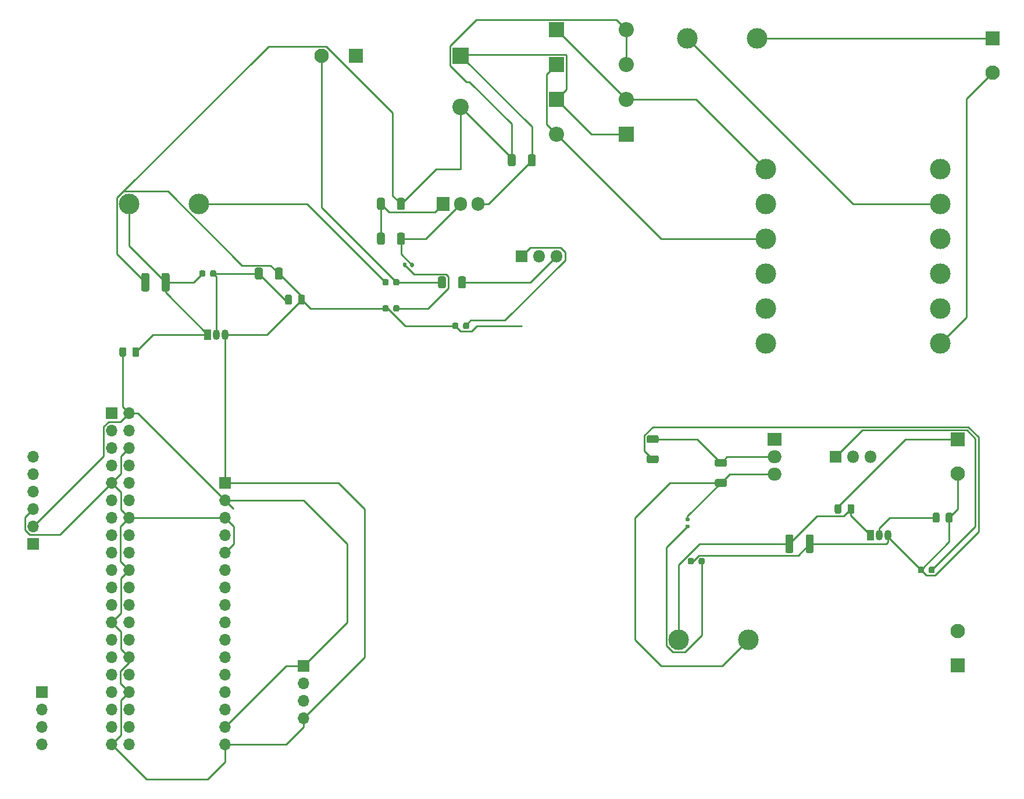
<source format=gbr>
%TF.GenerationSoftware,KiCad,Pcbnew,5.1.9*%
%TF.CreationDate,2021-04-08T17:50:56+05:30*%
%TF.ProjectId,protection,70726f74-6563-4746-996f-6e2e6b696361,rev?*%
%TF.SameCoordinates,Original*%
%TF.FileFunction,Copper,L1,Top*%
%TF.FilePolarity,Positive*%
%FSLAX46Y46*%
G04 Gerber Fmt 4.6, Leading zero omitted, Abs format (unit mm)*
G04 Created by KiCad (PCBNEW 5.1.9) date 2021-04-08 17:50:56*
%MOMM*%
%LPD*%
G01*
G04 APERTURE LIST*
%TA.AperFunction,ComponentPad*%
%ADD10C,2.100000*%
%TD*%
%TA.AperFunction,ComponentPad*%
%ADD11R,2.100000X2.100000*%
%TD*%
%TA.AperFunction,ComponentPad*%
%ADD12O,1.700000X1.700000*%
%TD*%
%TA.AperFunction,ComponentPad*%
%ADD13R,1.700000X1.700000*%
%TD*%
%TA.AperFunction,ComponentPad*%
%ADD14O,1.905000X2.000000*%
%TD*%
%TA.AperFunction,ComponentPad*%
%ADD15R,1.905000X2.000000*%
%TD*%
%TA.AperFunction,ComponentPad*%
%ADD16O,2.000000X1.905000*%
%TD*%
%TA.AperFunction,ComponentPad*%
%ADD17R,2.000000X1.905000*%
%TD*%
%TA.AperFunction,ComponentPad*%
%ADD18C,3.000000*%
%TD*%
%TA.AperFunction,ComponentPad*%
%ADD19R,1.050000X1.500000*%
%TD*%
%TA.AperFunction,ComponentPad*%
%ADD20O,1.050000X1.500000*%
%TD*%
%TA.AperFunction,ComponentPad*%
%ADD21R,1.800000X1.800000*%
%TD*%
%TA.AperFunction,ComponentPad*%
%ADD22O,1.800000X1.800000*%
%TD*%
%TA.AperFunction,ComponentPad*%
%ADD23O,2.200000X2.200000*%
%TD*%
%TA.AperFunction,ComponentPad*%
%ADD24R,2.200000X2.200000*%
%TD*%
%TA.AperFunction,ComponentPad*%
%ADD25R,2.400000X2.400000*%
%TD*%
%TA.AperFunction,ComponentPad*%
%ADD26C,2.400000*%
%TD*%
%TA.AperFunction,Conductor*%
%ADD27C,0.250000*%
%TD*%
G04 APERTURE END LIST*
D10*
%TO.P,P1,2*%
%TO.N,Net-(P1-Pad2)*%
X256540000Y-53300000D03*
D11*
%TO.P,P1,1*%
%TO.N,Net-(F1-Pad2)*%
X256540000Y-48300000D03*
%TD*%
D10*
%TO.P,J8,2*%
%TO.N,Net-(D9-Pad2)*%
X251460000Y-134660000D03*
D11*
%TO.P,J8,1*%
%TO.N,/12V*%
X251460000Y-139660000D03*
%TD*%
D10*
%TO.P,J2,2*%
%TO.N,Net-(D10-Pad2)*%
X158790000Y-50800000D03*
D11*
%TO.P,J2,1*%
%TO.N,/7_2V*%
X163790000Y-50800000D03*
%TD*%
D12*
%TO.P,J1,40*%
%TO.N,Net-(J1-Pad40)*%
X130810000Y-151130000D03*
%TO.P,J1,39*%
%TO.N,/G*%
X128270000Y-151130000D03*
%TO.P,J1,38*%
%TO.N,Net-(J1-Pad38)*%
X130810000Y-148590000D03*
%TO.P,J1,37*%
%TO.N,Net-(J1-Pad37)*%
X128270000Y-148590000D03*
%TO.P,J1,36*%
%TO.N,Net-(J1-Pad36)*%
X130810000Y-146050000D03*
%TO.P,J1,35*%
%TO.N,Net-(J1-Pad35)*%
X128270000Y-146050000D03*
%TO.P,J1,34*%
%TO.N,/G*%
X130810000Y-143510000D03*
%TO.P,J1,33*%
%TO.N,Net-(J1-Pad33)*%
X128270000Y-143510000D03*
%TO.P,J1,32*%
%TO.N,Net-(J1-Pad32)*%
X130810000Y-140970000D03*
%TO.P,J1,31*%
%TO.N,Net-(J1-Pad31)*%
X128270000Y-140970000D03*
%TO.P,J1,30*%
%TO.N,/G*%
X130810000Y-138430000D03*
%TO.P,J1,29*%
%TO.N,Net-(J1-Pad29)*%
X128270000Y-138430000D03*
%TO.P,J1,28*%
%TO.N,Net-(J1-Pad28)*%
X130810000Y-135890000D03*
%TO.P,J1,27*%
%TO.N,Net-(J1-Pad27)*%
X128270000Y-135890000D03*
%TO.P,J1,26*%
%TO.N,Net-(J1-Pad26)*%
X130810000Y-133350000D03*
%TO.P,J1,25*%
%TO.N,/G*%
X128270000Y-133350000D03*
%TO.P,J1,24*%
%TO.N,Net-(J1-Pad24)*%
X130810000Y-130810000D03*
%TO.P,J1,23*%
%TO.N,Net-(J1-Pad23)*%
X128270000Y-130810000D03*
%TO.P,J1,22*%
%TO.N,Net-(J1-Pad22)*%
X130810000Y-128270000D03*
%TO.P,J1,21*%
%TO.N,Net-(J1-Pad21)*%
X128270000Y-128270000D03*
%TO.P,J1,20*%
%TO.N,/G*%
X130810000Y-125730000D03*
%TO.P,J1,19*%
%TO.N,Net-(J1-Pad19)*%
X128270000Y-125730000D03*
%TO.P,J1,18*%
%TO.N,Net-(J1-Pad18)*%
X130810000Y-123190000D03*
%TO.P,J1,17*%
%TO.N,Net-(J1-Pad17)*%
X128270000Y-123190000D03*
%TO.P,J1,16*%
%TO.N,Net-(J1-Pad16)*%
X130810000Y-120650000D03*
%TO.P,J1,15*%
%TO.N,Net-(J1-Pad15)*%
X128270000Y-120650000D03*
%TO.P,J1,14*%
%TO.N,/G*%
X130810000Y-118110000D03*
%TO.P,J1,13*%
%TO.N,Net-(J1-Pad13)*%
X128270000Y-118110000D03*
%TO.P,J1,12*%
%TO.N,Net-(J1-Pad12)*%
X130810000Y-115570000D03*
%TO.P,J1,11*%
%TO.N,Net-(J1-Pad11)*%
X128270000Y-115570000D03*
%TO.P,J1,10*%
%TO.N,Net-(J1-Pad10)*%
X130810000Y-113030000D03*
%TO.P,J1,9*%
%TO.N,/G*%
X128270000Y-113030000D03*
%TO.P,J1,8*%
%TO.N,Net-(J1-Pad8)*%
X130810000Y-110490000D03*
%TO.P,J1,7*%
%TO.N,Net-(J1-Pad7)*%
X128270000Y-110490000D03*
%TO.P,J1,6*%
%TO.N,/G*%
X130810000Y-107950000D03*
%TO.P,J1,5*%
%TO.N,Net-(J1-Pad5)*%
X128270000Y-107950000D03*
%TO.P,J1,4*%
%TO.N,Net-(J1-Pad4)*%
X130810000Y-105410000D03*
%TO.P,J1,3*%
%TO.N,Net-(J1-Pad3)*%
X128270000Y-105410000D03*
%TO.P,J1,2*%
%TO.N,Net-(D14-Pad1)*%
X130810000Y-102870000D03*
D13*
%TO.P,J1,1*%
%TO.N,Net-(J1-Pad1)*%
X128270000Y-102870000D03*
%TD*%
%TO.P,R1,2*%
%TO.N,/G*%
%TA.AperFunction,SMDPad,CuDef*%
G36*
G01*
X206384998Y-109042500D02*
X207635002Y-109042500D01*
G75*
G02*
X207885000Y-109292498I0J-249998D01*
G01*
X207885000Y-109917502D01*
G75*
G02*
X207635002Y-110167500I-249998J0D01*
G01*
X206384998Y-110167500D01*
G75*
G02*
X206135000Y-109917502I0J249998D01*
G01*
X206135000Y-109292498D01*
G75*
G02*
X206384998Y-109042500I249998J0D01*
G01*
G37*
%TD.AperFunction*%
%TO.P,R1,1*%
%TO.N,Net-(Q1-Pad2)*%
%TA.AperFunction,SMDPad,CuDef*%
G36*
G01*
X206384998Y-106117500D02*
X207635002Y-106117500D01*
G75*
G02*
X207885000Y-106367498I0J-249998D01*
G01*
X207885000Y-106992502D01*
G75*
G02*
X207635002Y-107242500I-249998J0D01*
G01*
X206384998Y-107242500D01*
G75*
G02*
X206135000Y-106992502I0J249998D01*
G01*
X206135000Y-106367498D01*
G75*
G02*
X206384998Y-106117500I249998J0D01*
G01*
G37*
%TD.AperFunction*%
%TD*%
D14*
%TO.P,U2,3*%
%TO.N,Net-(C1-Pad1)*%
X181610000Y-72390000D03*
%TO.P,U2,2*%
%TO.N,/7_2V*%
X179070000Y-72390000D03*
D15*
%TO.P,U2,1*%
%TO.N,Net-(Q2-Pad2)*%
X176530000Y-72390000D03*
%TD*%
D16*
%TO.P,U1,3*%
%TO.N,/12V*%
X224790000Y-111760000D03*
%TO.P,U1,2*%
%TO.N,Net-(Q1-Pad2)*%
X224790000Y-109220000D03*
D17*
%TO.P,U1,1*%
%TO.N,Net-(C1-Pad1)*%
X224790000Y-106680000D03*
%TD*%
D18*
%TO.P,T1,*%
%TO.N,*%
X223520000Y-92710000D03*
X223520000Y-87630000D03*
X223520000Y-82550000D03*
X223520000Y-72390000D03*
X248920000Y-87630000D03*
X248920000Y-82550000D03*
X248920000Y-77470000D03*
X248920000Y-67310000D03*
%TO.P,T1,1*%
%TO.N,Net-(F1-Pad1)*%
X248920000Y-72390000D03*
%TO.P,T1,3*%
%TO.N,Net-(D2-Pad1)*%
X223520000Y-77470000D03*
%TO.P,T1,4*%
%TO.N,Net-(D1-Pad1)*%
X223520000Y-67310000D03*
%TO.P,T1,2*%
%TO.N,Net-(P1-Pad2)*%
X248920000Y-92710000D03*
%TD*%
%TO.P,R11,2*%
%TO.N,/G*%
%TA.AperFunction,SMDPad,CuDef*%
G36*
G01*
X152030000Y-83175002D02*
X152030000Y-81924998D01*
G75*
G02*
X152279998Y-81675000I249998J0D01*
G01*
X152905002Y-81675000D01*
G75*
G02*
X153155000Y-81924998I0J-249998D01*
G01*
X153155000Y-83175002D01*
G75*
G02*
X152905002Y-83425000I-249998J0D01*
G01*
X152279998Y-83425000D01*
G75*
G02*
X152030000Y-83175002I0J249998D01*
G01*
G37*
%TD.AperFunction*%
%TO.P,R11,1*%
%TO.N,Net-(C5-Pad1)*%
%TA.AperFunction,SMDPad,CuDef*%
G36*
G01*
X149105000Y-83175002D02*
X149105000Y-81924998D01*
G75*
G02*
X149354998Y-81675000I249998J0D01*
G01*
X149980002Y-81675000D01*
G75*
G02*
X150230000Y-81924998I0J-249998D01*
G01*
X150230000Y-83175002D01*
G75*
G02*
X149980002Y-83425000I-249998J0D01*
G01*
X149354998Y-83425000D01*
G75*
G02*
X149105000Y-83175002I0J249998D01*
G01*
G37*
%TD.AperFunction*%
%TD*%
%TO.P,R9,2*%
%TO.N,/G*%
%TA.AperFunction,SMDPad,CuDef*%
G36*
G01*
X187060000Y-65414998D02*
X187060000Y-66665002D01*
G75*
G02*
X186810002Y-66915000I-249998J0D01*
G01*
X186184998Y-66915000D01*
G75*
G02*
X185935000Y-66665002I0J249998D01*
G01*
X185935000Y-65414998D01*
G75*
G02*
X186184998Y-65165000I249998J0D01*
G01*
X186810002Y-65165000D01*
G75*
G02*
X187060000Y-65414998I0J-249998D01*
G01*
G37*
%TD.AperFunction*%
%TO.P,R9,1*%
%TO.N,Net-(C1-Pad1)*%
%TA.AperFunction,SMDPad,CuDef*%
G36*
G01*
X189985000Y-65414998D02*
X189985000Y-66665002D01*
G75*
G02*
X189735002Y-66915000I-249998J0D01*
G01*
X189109998Y-66915000D01*
G75*
G02*
X188860000Y-66665002I0J249998D01*
G01*
X188860000Y-65414998D01*
G75*
G02*
X189109998Y-65165000I249998J0D01*
G01*
X189735002Y-65165000D01*
G75*
G02*
X189985000Y-65414998I0J-249998D01*
G01*
G37*
%TD.AperFunction*%
%TD*%
%TO.P,R8,1*%
%TO.N,Net-(D10-Pad2)*%
%TA.AperFunction,SMDPad,CuDef*%
G36*
G01*
X175775000Y-84445002D02*
X175775000Y-83194998D01*
G75*
G02*
X176024998Y-82945000I249998J0D01*
G01*
X176650002Y-82945000D01*
G75*
G02*
X176900000Y-83194998I0J-249998D01*
G01*
X176900000Y-84445002D01*
G75*
G02*
X176650002Y-84695000I-249998J0D01*
G01*
X176024998Y-84695000D01*
G75*
G02*
X175775000Y-84445002I0J249998D01*
G01*
G37*
%TD.AperFunction*%
%TO.P,R8,2*%
%TO.N,Net-(Q2-Pad3)*%
%TA.AperFunction,SMDPad,CuDef*%
G36*
G01*
X178700000Y-84445002D02*
X178700000Y-83194998D01*
G75*
G02*
X178949998Y-82945000I249998J0D01*
G01*
X179575002Y-82945000D01*
G75*
G02*
X179825000Y-83194998I0J-249998D01*
G01*
X179825000Y-84445002D01*
G75*
G02*
X179575002Y-84695000I-249998J0D01*
G01*
X178949998Y-84695000D01*
G75*
G02*
X178700000Y-84445002I0J249998D01*
G01*
G37*
%TD.AperFunction*%
%TD*%
%TO.P,R6,1*%
%TO.N,/7_2V*%
%TA.AperFunction,SMDPad,CuDef*%
G36*
G01*
X172230000Y-81095000D02*
X172230000Y-81465000D01*
G75*
G02*
X172095000Y-81600000I-135000J0D01*
G01*
X171825000Y-81600000D01*
G75*
G02*
X171690000Y-81465000I0J135000D01*
G01*
X171690000Y-81095000D01*
G75*
G02*
X171825000Y-80960000I135000J0D01*
G01*
X172095000Y-80960000D01*
G75*
G02*
X172230000Y-81095000I0J-135000D01*
G01*
G37*
%TD.AperFunction*%
%TO.P,R6,2*%
%TO.N,Net-(D8-Pad2)*%
%TA.AperFunction,SMDPad,CuDef*%
G36*
G01*
X171210000Y-81095000D02*
X171210000Y-81465000D01*
G75*
G02*
X171075000Y-81600000I-135000J0D01*
G01*
X170805000Y-81600000D01*
G75*
G02*
X170670000Y-81465000I0J135000D01*
G01*
X170670000Y-81095000D01*
G75*
G02*
X170805000Y-80960000I135000J0D01*
G01*
X171075000Y-80960000D01*
G75*
G02*
X171210000Y-81095000I0J-135000D01*
G01*
G37*
%TD.AperFunction*%
%TD*%
%TO.P,R5,2*%
%TO.N,Net-(D7-Pad2)*%
%TA.AperFunction,SMDPad,CuDef*%
G36*
G01*
X211905000Y-119110000D02*
X212275000Y-119110000D01*
G75*
G02*
X212410000Y-119245000I0J-135000D01*
G01*
X212410000Y-119515000D01*
G75*
G02*
X212275000Y-119650000I-135000J0D01*
G01*
X211905000Y-119650000D01*
G75*
G02*
X211770000Y-119515000I0J135000D01*
G01*
X211770000Y-119245000D01*
G75*
G02*
X211905000Y-119110000I135000J0D01*
G01*
G37*
%TD.AperFunction*%
%TO.P,R5,1*%
%TO.N,/12V*%
%TA.AperFunction,SMDPad,CuDef*%
G36*
G01*
X211905000Y-118090000D02*
X212275000Y-118090000D01*
G75*
G02*
X212410000Y-118225000I0J-135000D01*
G01*
X212410000Y-118495000D01*
G75*
G02*
X212275000Y-118630000I-135000J0D01*
G01*
X211905000Y-118630000D01*
G75*
G02*
X211770000Y-118495000I0J135000D01*
G01*
X211770000Y-118225000D01*
G75*
G02*
X211905000Y-118090000I135000J0D01*
G01*
G37*
%TD.AperFunction*%
%TD*%
%TO.P,R4,1*%
%TO.N,/7_2V*%
%TA.AperFunction,SMDPad,CuDef*%
G36*
G01*
X170935000Y-76844998D02*
X170935000Y-78095002D01*
G75*
G02*
X170685002Y-78345000I-249998J0D01*
G01*
X170059998Y-78345000D01*
G75*
G02*
X169810000Y-78095002I0J249998D01*
G01*
X169810000Y-76844998D01*
G75*
G02*
X170059998Y-76595000I249998J0D01*
G01*
X170685002Y-76595000D01*
G75*
G02*
X170935000Y-76844998I0J-249998D01*
G01*
G37*
%TD.AperFunction*%
%TO.P,R4,2*%
%TO.N,Net-(Q2-Pad2)*%
%TA.AperFunction,SMDPad,CuDef*%
G36*
G01*
X168010000Y-76844998D02*
X168010000Y-78095002D01*
G75*
G02*
X167760002Y-78345000I-249998J0D01*
G01*
X167134998Y-78345000D01*
G75*
G02*
X166885000Y-78095002I0J249998D01*
G01*
X166885000Y-76844998D01*
G75*
G02*
X167134998Y-76595000I249998J0D01*
G01*
X167760002Y-76595000D01*
G75*
G02*
X168010000Y-76844998I0J-249998D01*
G01*
G37*
%TD.AperFunction*%
%TD*%
%TO.P,R3,2*%
%TO.N,Net-(Q1-Pad2)*%
%TA.AperFunction,SMDPad,CuDef*%
G36*
G01*
X217565002Y-110694440D02*
X216314998Y-110694440D01*
G75*
G02*
X216065000Y-110444442I0J249998D01*
G01*
X216065000Y-109819438D01*
G75*
G02*
X216314998Y-109569440I249998J0D01*
G01*
X217565002Y-109569440D01*
G75*
G02*
X217815000Y-109819438I0J-249998D01*
G01*
X217815000Y-110444442D01*
G75*
G02*
X217565002Y-110694440I-249998J0D01*
G01*
G37*
%TD.AperFunction*%
%TO.P,R3,1*%
%TO.N,/12V*%
%TA.AperFunction,SMDPad,CuDef*%
G36*
G01*
X217565002Y-113619440D02*
X216314998Y-113619440D01*
G75*
G02*
X216065000Y-113369442I0J249998D01*
G01*
X216065000Y-112744438D01*
G75*
G02*
X216314998Y-112494440I249998J0D01*
G01*
X217565002Y-112494440D01*
G75*
G02*
X217815000Y-112744438I0J-249998D01*
G01*
X217815000Y-113369442D01*
G75*
G02*
X217565002Y-113619440I-249998J0D01*
G01*
G37*
%TD.AperFunction*%
%TD*%
%TO.P,R2,1*%
%TO.N,Net-(Q2-Pad2)*%
%TA.AperFunction,SMDPad,CuDef*%
G36*
G01*
X166885000Y-73015002D02*
X166885000Y-71764998D01*
G75*
G02*
X167134998Y-71515000I249998J0D01*
G01*
X167760002Y-71515000D01*
G75*
G02*
X168010000Y-71764998I0J-249998D01*
G01*
X168010000Y-73015002D01*
G75*
G02*
X167760002Y-73265000I-249998J0D01*
G01*
X167134998Y-73265000D01*
G75*
G02*
X166885000Y-73015002I0J249998D01*
G01*
G37*
%TD.AperFunction*%
%TO.P,R2,2*%
%TO.N,/G*%
%TA.AperFunction,SMDPad,CuDef*%
G36*
G01*
X169810000Y-73015002D02*
X169810000Y-71764998D01*
G75*
G02*
X170059998Y-71515000I249998J0D01*
G01*
X170685002Y-71515000D01*
G75*
G02*
X170935000Y-71764998I0J-249998D01*
G01*
X170935000Y-73015002D01*
G75*
G02*
X170685002Y-73265000I-249998J0D01*
G01*
X170059998Y-73265000D01*
G75*
G02*
X169810000Y-73015002I0J249998D01*
G01*
G37*
%TD.AperFunction*%
%TD*%
D19*
%TO.P,Q4,1*%
%TO.N,Net-(C4-Pad1)*%
X142240000Y-91440000D03*
D20*
%TO.P,Q4,3*%
%TO.N,/G*%
X144780000Y-91440000D03*
%TO.P,Q4,2*%
%TO.N,Net-(C5-Pad1)*%
X143510000Y-91440000D03*
%TD*%
D19*
%TO.P,Q3,1*%
%TO.N,Net-(C2-Pad1)*%
X238760000Y-120650000D03*
D20*
%TO.P,Q3,3*%
%TO.N,/G*%
X241300000Y-120650000D03*
%TO.P,Q3,2*%
%TO.N,Net-(C3-Pad1)*%
X240030000Y-120650000D03*
%TD*%
D21*
%TO.P,Q2,1*%
%TO.N,Net-(D4-Pad2)*%
X187960000Y-80010000D03*
D22*
%TO.P,Q2,2*%
%TO.N,Net-(Q2-Pad2)*%
X190500000Y-80010000D03*
%TO.P,Q2,3*%
%TO.N,Net-(Q2-Pad3)*%
X193040000Y-80010000D03*
%TD*%
%TO.P,Q1,3*%
%TO.N,Net-(Q1-Pad3)*%
X238760000Y-109220000D03*
%TO.P,Q1,2*%
%TO.N,Net-(Q1-Pad2)*%
X236220000Y-109220000D03*
D21*
%TO.P,Q1,1*%
%TO.N,Net-(D3-Pad2)*%
X233680000Y-109220000D03*
%TD*%
D12*
%TO.P,J7,4*%
%TO.N,Net-(J1-Pad40)*%
X118110000Y-151130000D03*
%TO.P,J7,3*%
%TO.N,Net-(J1-Pad38)*%
X118110000Y-148590000D03*
%TO.P,J7,2*%
%TO.N,Net-(J1-Pad35)*%
X118110000Y-146050000D03*
D13*
%TO.P,J7,1*%
%TO.N,Net-(J1-Pad33)*%
X118110000Y-143510000D03*
%TD*%
D10*
%TO.P,J4,2*%
%TO.N,/G*%
X251460000Y-111720000D03*
D11*
%TO.P,J4,1*%
%TO.N,Net-(D12-Pad1)*%
X251460000Y-106720000D03*
%TD*%
D18*
%TO.P,F3,1*%
%TO.N,Net-(C4-Pad1)*%
X130810000Y-72390000D03*
%TO.P,F3,2*%
%TO.N,/7_2V*%
X140970000Y-72390000D03*
%TD*%
%TO.P,F2,2*%
%TO.N,/12V*%
X220980000Y-135890000D03*
%TO.P,F2,1*%
%TO.N,Net-(C2-Pad1)*%
X210820000Y-135890000D03*
%TD*%
%TO.P,F1,1*%
%TO.N,Net-(F1-Pad1)*%
X212090000Y-48260000D03*
%TO.P,F1,2*%
%TO.N,Net-(F1-Pad2)*%
X222250000Y-48260000D03*
%TD*%
%TO.P,D14,2*%
%TO.N,Net-(C4-Pad1)*%
%TA.AperFunction,SMDPad,CuDef*%
G36*
G01*
X131260000Y-94436250D02*
X131260000Y-93523750D01*
G75*
G02*
X131503750Y-93280000I243750J0D01*
G01*
X131991250Y-93280000D01*
G75*
G02*
X132235000Y-93523750I0J-243750D01*
G01*
X132235000Y-94436250D01*
G75*
G02*
X131991250Y-94680000I-243750J0D01*
G01*
X131503750Y-94680000D01*
G75*
G02*
X131260000Y-94436250I0J243750D01*
G01*
G37*
%TD.AperFunction*%
%TO.P,D14,1*%
%TO.N,Net-(D14-Pad1)*%
%TA.AperFunction,SMDPad,CuDef*%
G36*
G01*
X129385000Y-94436250D02*
X129385000Y-93523750D01*
G75*
G02*
X129628750Y-93280000I243750J0D01*
G01*
X130116250Y-93280000D01*
G75*
G02*
X130360000Y-93523750I0J-243750D01*
G01*
X130360000Y-94436250D01*
G75*
G02*
X130116250Y-94680000I-243750J0D01*
G01*
X129628750Y-94680000D01*
G75*
G02*
X129385000Y-94436250I0J243750D01*
G01*
G37*
%TD.AperFunction*%
%TD*%
%TO.P,D13,2*%
%TO.N,Net-(C5-Pad1)*%
%TA.AperFunction,SMDPad,CuDef*%
G36*
G01*
X142590000Y-82806250D02*
X142590000Y-82293750D01*
G75*
G02*
X142808750Y-82075000I218750J0D01*
G01*
X143246250Y-82075000D01*
G75*
G02*
X143465000Y-82293750I0J-218750D01*
G01*
X143465000Y-82806250D01*
G75*
G02*
X143246250Y-83025000I-218750J0D01*
G01*
X142808750Y-83025000D01*
G75*
G02*
X142590000Y-82806250I0J218750D01*
G01*
G37*
%TD.AperFunction*%
%TO.P,D13,1*%
%TO.N,Net-(C4-Pad1)*%
%TA.AperFunction,SMDPad,CuDef*%
G36*
G01*
X141015000Y-82806250D02*
X141015000Y-82293750D01*
G75*
G02*
X141233750Y-82075000I218750J0D01*
G01*
X141671250Y-82075000D01*
G75*
G02*
X141890000Y-82293750I0J-218750D01*
G01*
X141890000Y-82806250D01*
G75*
G02*
X141671250Y-83025000I-218750J0D01*
G01*
X141233750Y-83025000D01*
G75*
G02*
X141015000Y-82806250I0J218750D01*
G01*
G37*
%TD.AperFunction*%
%TD*%
%TO.P,D12,2*%
%TO.N,Net-(C2-Pad1)*%
%TA.AperFunction,SMDPad,CuDef*%
G36*
G01*
X235400000Y-117296250D02*
X235400000Y-116383750D01*
G75*
G02*
X235643750Y-116140000I243750J0D01*
G01*
X236131250Y-116140000D01*
G75*
G02*
X236375000Y-116383750I0J-243750D01*
G01*
X236375000Y-117296250D01*
G75*
G02*
X236131250Y-117540000I-243750J0D01*
G01*
X235643750Y-117540000D01*
G75*
G02*
X235400000Y-117296250I0J243750D01*
G01*
G37*
%TD.AperFunction*%
%TO.P,D12,1*%
%TO.N,Net-(D12-Pad1)*%
%TA.AperFunction,SMDPad,CuDef*%
G36*
G01*
X233525000Y-117296250D02*
X233525000Y-116383750D01*
G75*
G02*
X233768750Y-116140000I243750J0D01*
G01*
X234256250Y-116140000D01*
G75*
G02*
X234500000Y-116383750I0J-243750D01*
G01*
X234500000Y-117296250D01*
G75*
G02*
X234256250Y-117540000I-243750J0D01*
G01*
X233768750Y-117540000D01*
G75*
G02*
X233525000Y-117296250I0J243750D01*
G01*
G37*
%TD.AperFunction*%
%TD*%
%TO.P,D10,1*%
%TO.N,/7_2V*%
%TA.AperFunction,SMDPad,CuDef*%
G36*
G01*
X167685000Y-84076250D02*
X167685000Y-83563750D01*
G75*
G02*
X167903750Y-83345000I218750J0D01*
G01*
X168341250Y-83345000D01*
G75*
G02*
X168560000Y-83563750I0J-218750D01*
G01*
X168560000Y-84076250D01*
G75*
G02*
X168341250Y-84295000I-218750J0D01*
G01*
X167903750Y-84295000D01*
G75*
G02*
X167685000Y-84076250I0J218750D01*
G01*
G37*
%TD.AperFunction*%
%TO.P,D10,2*%
%TO.N,Net-(D10-Pad2)*%
%TA.AperFunction,SMDPad,CuDef*%
G36*
G01*
X169260000Y-84076250D02*
X169260000Y-83563750D01*
G75*
G02*
X169478750Y-83345000I218750J0D01*
G01*
X169916250Y-83345000D01*
G75*
G02*
X170135000Y-83563750I0J-218750D01*
G01*
X170135000Y-84076250D01*
G75*
G02*
X169916250Y-84295000I-218750J0D01*
G01*
X169478750Y-84295000D01*
G75*
G02*
X169260000Y-84076250I0J218750D01*
G01*
G37*
%TD.AperFunction*%
%TD*%
%TO.P,D8,1*%
%TO.N,/G*%
%TA.AperFunction,SMDPad,CuDef*%
G36*
G01*
X167685000Y-87886250D02*
X167685000Y-87373750D01*
G75*
G02*
X167903750Y-87155000I218750J0D01*
G01*
X168341250Y-87155000D01*
G75*
G02*
X168560000Y-87373750I0J-218750D01*
G01*
X168560000Y-87886250D01*
G75*
G02*
X168341250Y-88105000I-218750J0D01*
G01*
X167903750Y-88105000D01*
G75*
G02*
X167685000Y-87886250I0J218750D01*
G01*
G37*
%TD.AperFunction*%
%TO.P,D8,2*%
%TO.N,Net-(D8-Pad2)*%
%TA.AperFunction,SMDPad,CuDef*%
G36*
G01*
X169260000Y-87886250D02*
X169260000Y-87373750D01*
G75*
G02*
X169478750Y-87155000I218750J0D01*
G01*
X169916250Y-87155000D01*
G75*
G02*
X170135000Y-87373750I0J-218750D01*
G01*
X170135000Y-87886250D01*
G75*
G02*
X169916250Y-88105000I-218750J0D01*
G01*
X169478750Y-88105000D01*
G75*
G02*
X169260000Y-87886250I0J218750D01*
G01*
G37*
%TD.AperFunction*%
%TD*%
%TO.P,D7,2*%
%TO.N,Net-(D7-Pad2)*%
%TA.AperFunction,SMDPad,CuDef*%
G36*
G01*
X213710000Y-124716250D02*
X213710000Y-124203750D01*
G75*
G02*
X213928750Y-123985000I218750J0D01*
G01*
X214366250Y-123985000D01*
G75*
G02*
X214585000Y-124203750I0J-218750D01*
G01*
X214585000Y-124716250D01*
G75*
G02*
X214366250Y-124935000I-218750J0D01*
G01*
X213928750Y-124935000D01*
G75*
G02*
X213710000Y-124716250I0J218750D01*
G01*
G37*
%TD.AperFunction*%
%TO.P,D7,1*%
%TO.N,/G*%
%TA.AperFunction,SMDPad,CuDef*%
G36*
G01*
X212135000Y-124716250D02*
X212135000Y-124203750D01*
G75*
G02*
X212353750Y-123985000I218750J0D01*
G01*
X212791250Y-123985000D01*
G75*
G02*
X213010000Y-124203750I0J-218750D01*
G01*
X213010000Y-124716250D01*
G75*
G02*
X212791250Y-124935000I-218750J0D01*
G01*
X212353750Y-124935000D01*
G75*
G02*
X212135000Y-124716250I0J218750D01*
G01*
G37*
%TD.AperFunction*%
%TD*%
D23*
%TO.P,D6,2*%
%TO.N,Net-(D2-Pad1)*%
X193040000Y-62230000D03*
D24*
%TO.P,D6,1*%
%TO.N,Net-(C1-Pad1)*%
X203200000Y-62230000D03*
%TD*%
D23*
%TO.P,D5,2*%
%TO.N,Net-(D1-Pad1)*%
X203200000Y-57150000D03*
D24*
%TO.P,D5,1*%
%TO.N,Net-(C1-Pad1)*%
X193040000Y-57150000D03*
%TD*%
%TO.P,D4,1*%
%TO.N,/G*%
%TA.AperFunction,SMDPad,CuDef*%
G36*
G01*
X177845000Y-90426250D02*
X177845000Y-89913750D01*
G75*
G02*
X178063750Y-89695000I218750J0D01*
G01*
X178501250Y-89695000D01*
G75*
G02*
X178720000Y-89913750I0J-218750D01*
G01*
X178720000Y-90426250D01*
G75*
G02*
X178501250Y-90645000I-218750J0D01*
G01*
X178063750Y-90645000D01*
G75*
G02*
X177845000Y-90426250I0J218750D01*
G01*
G37*
%TD.AperFunction*%
%TO.P,D4,2*%
%TO.N,Net-(D4-Pad2)*%
%TA.AperFunction,SMDPad,CuDef*%
G36*
G01*
X179420000Y-90426250D02*
X179420000Y-89913750D01*
G75*
G02*
X179638750Y-89695000I218750J0D01*
G01*
X180076250Y-89695000D01*
G75*
G02*
X180295000Y-89913750I0J-218750D01*
G01*
X180295000Y-90426250D01*
G75*
G02*
X180076250Y-90645000I-218750J0D01*
G01*
X179638750Y-90645000D01*
G75*
G02*
X179420000Y-90426250I0J218750D01*
G01*
G37*
%TD.AperFunction*%
%TD*%
%TO.P,D3,2*%
%TO.N,Net-(D3-Pad2)*%
%TA.AperFunction,SMDPad,CuDef*%
G36*
G01*
X247212500Y-125986250D02*
X247212500Y-125473750D01*
G75*
G02*
X247431250Y-125255000I218750J0D01*
G01*
X247868750Y-125255000D01*
G75*
G02*
X248087500Y-125473750I0J-218750D01*
G01*
X248087500Y-125986250D01*
G75*
G02*
X247868750Y-126205000I-218750J0D01*
G01*
X247431250Y-126205000D01*
G75*
G02*
X247212500Y-125986250I0J218750D01*
G01*
G37*
%TD.AperFunction*%
%TO.P,D3,1*%
%TO.N,/G*%
%TA.AperFunction,SMDPad,CuDef*%
G36*
G01*
X245637500Y-125986250D02*
X245637500Y-125473750D01*
G75*
G02*
X245856250Y-125255000I218750J0D01*
G01*
X246293750Y-125255000D01*
G75*
G02*
X246512500Y-125473750I0J-218750D01*
G01*
X246512500Y-125986250D01*
G75*
G02*
X246293750Y-126205000I-218750J0D01*
G01*
X245856250Y-126205000D01*
G75*
G02*
X245637500Y-125986250I0J218750D01*
G01*
G37*
%TD.AperFunction*%
%TD*%
D23*
%TO.P,D2,2*%
%TO.N,/G*%
X203200000Y-52070000D03*
D24*
%TO.P,D2,1*%
%TO.N,Net-(D2-Pad1)*%
X193040000Y-52070000D03*
%TD*%
D23*
%TO.P,D1,2*%
%TO.N,/G*%
X203200000Y-46990000D03*
D24*
%TO.P,D1,1*%
%TO.N,Net-(D1-Pad1)*%
X193040000Y-46990000D03*
%TD*%
%TO.P,C5,2*%
%TO.N,/G*%
%TA.AperFunction,SMDPad,CuDef*%
G36*
G01*
X155390000Y-86835000D02*
X155390000Y-85885000D01*
G75*
G02*
X155640000Y-85635000I250000J0D01*
G01*
X156140000Y-85635000D01*
G75*
G02*
X156390000Y-85885000I0J-250000D01*
G01*
X156390000Y-86835000D01*
G75*
G02*
X156140000Y-87085000I-250000J0D01*
G01*
X155640000Y-87085000D01*
G75*
G02*
X155390000Y-86835000I0J250000D01*
G01*
G37*
%TD.AperFunction*%
%TO.P,C5,1*%
%TO.N,Net-(C5-Pad1)*%
%TA.AperFunction,SMDPad,CuDef*%
G36*
G01*
X153490000Y-86835000D02*
X153490000Y-85885000D01*
G75*
G02*
X153740000Y-85635000I250000J0D01*
G01*
X154240000Y-85635000D01*
G75*
G02*
X154490000Y-85885000I0J-250000D01*
G01*
X154490000Y-86835000D01*
G75*
G02*
X154240000Y-87085000I-250000J0D01*
G01*
X153740000Y-87085000D01*
G75*
G02*
X153490000Y-86835000I0J250000D01*
G01*
G37*
%TD.AperFunction*%
%TD*%
%TO.P,C4,2*%
%TO.N,/G*%
%TA.AperFunction,SMDPad,CuDef*%
G36*
G01*
X133720000Y-82719999D02*
X133720000Y-84920001D01*
G75*
G02*
X133470001Y-85170000I-249999J0D01*
G01*
X132819999Y-85170000D01*
G75*
G02*
X132570000Y-84920001I0J249999D01*
G01*
X132570000Y-82719999D01*
G75*
G02*
X132819999Y-82470000I249999J0D01*
G01*
X133470001Y-82470000D01*
G75*
G02*
X133720000Y-82719999I0J-249999D01*
G01*
G37*
%TD.AperFunction*%
%TO.P,C4,1*%
%TO.N,Net-(C4-Pad1)*%
%TA.AperFunction,SMDPad,CuDef*%
G36*
G01*
X136670000Y-82719999D02*
X136670000Y-84920001D01*
G75*
G02*
X136420001Y-85170000I-249999J0D01*
G01*
X135769999Y-85170000D01*
G75*
G02*
X135520000Y-84920001I0J249999D01*
G01*
X135520000Y-82719999D01*
G75*
G02*
X135769999Y-82470000I249999J0D01*
G01*
X136420001Y-82470000D01*
G75*
G02*
X136670000Y-82719999I0J-249999D01*
G01*
G37*
%TD.AperFunction*%
%TD*%
%TO.P,C3,2*%
%TO.N,/G*%
%TA.AperFunction,SMDPad,CuDef*%
G36*
G01*
X249690000Y-118585000D02*
X249690000Y-117635000D01*
G75*
G02*
X249940000Y-117385000I250000J0D01*
G01*
X250440000Y-117385000D01*
G75*
G02*
X250690000Y-117635000I0J-250000D01*
G01*
X250690000Y-118585000D01*
G75*
G02*
X250440000Y-118835000I-250000J0D01*
G01*
X249940000Y-118835000D01*
G75*
G02*
X249690000Y-118585000I0J250000D01*
G01*
G37*
%TD.AperFunction*%
%TO.P,C3,1*%
%TO.N,Net-(C3-Pad1)*%
%TA.AperFunction,SMDPad,CuDef*%
G36*
G01*
X247790000Y-118585000D02*
X247790000Y-117635000D01*
G75*
G02*
X248040000Y-117385000I250000J0D01*
G01*
X248540000Y-117385000D01*
G75*
G02*
X248790000Y-117635000I0J-250000D01*
G01*
X248790000Y-118585000D01*
G75*
G02*
X248540000Y-118835000I-250000J0D01*
G01*
X248040000Y-118835000D01*
G75*
G02*
X247790000Y-118585000I0J250000D01*
G01*
G37*
%TD.AperFunction*%
%TD*%
%TO.P,C2,2*%
%TO.N,/G*%
%TA.AperFunction,SMDPad,CuDef*%
G36*
G01*
X229295000Y-123020001D02*
X229295000Y-120819999D01*
G75*
G02*
X229544999Y-120570000I249999J0D01*
G01*
X230195001Y-120570000D01*
G75*
G02*
X230445000Y-120819999I0J-249999D01*
G01*
X230445000Y-123020001D01*
G75*
G02*
X230195001Y-123270000I-249999J0D01*
G01*
X229544999Y-123270000D01*
G75*
G02*
X229295000Y-123020001I0J249999D01*
G01*
G37*
%TD.AperFunction*%
%TO.P,C2,1*%
%TO.N,Net-(C2-Pad1)*%
%TA.AperFunction,SMDPad,CuDef*%
G36*
G01*
X226345000Y-123020001D02*
X226345000Y-120819999D01*
G75*
G02*
X226594999Y-120570000I249999J0D01*
G01*
X227245001Y-120570000D01*
G75*
G02*
X227495000Y-120819999I0J-249999D01*
G01*
X227495000Y-123020001D01*
G75*
G02*
X227245001Y-123270000I-249999J0D01*
G01*
X226594999Y-123270000D01*
G75*
G02*
X226345000Y-123020001I0J249999D01*
G01*
G37*
%TD.AperFunction*%
%TD*%
D25*
%TO.P,C1,1*%
%TO.N,Net-(C1-Pad1)*%
X179070000Y-50800000D03*
D26*
%TO.P,C1,2*%
%TO.N,/G*%
X179070000Y-58300000D03*
%TD*%
D12*
%TO.P,J6,4*%
%TO.N,/G*%
X156210000Y-147320000D03*
%TO.P,J6,3*%
%TO.N,Net-(J1-Pad31)*%
X156210000Y-144780000D03*
%TO.P,J6,2*%
%TO.N,Net-(J1-Pad29)*%
X156210000Y-142240000D03*
D13*
%TO.P,J6,1*%
%TO.N,Net-(D14-Pad1)*%
X156210000Y-139700000D03*
%TD*%
D12*
%TO.P,J5,16*%
%TO.N,/G*%
X144780000Y-151130000D03*
%TO.P,J5,15*%
%TO.N,Net-(D14-Pad1)*%
X144780000Y-148590000D03*
%TO.P,J5,14*%
%TO.N,Net-(J1-Pad18)*%
X144780000Y-146050000D03*
%TO.P,J5,13*%
%TO.N,Net-(J1-Pad16)*%
X144780000Y-143510000D03*
%TO.P,J5,12*%
%TO.N,Net-(J1-Pad15)*%
X144780000Y-140970000D03*
%TO.P,J5,11*%
%TO.N,Net-(J1-Pad12)*%
X144780000Y-138430000D03*
%TO.P,J5,10*%
%TO.N,Net-(J5-Pad10)*%
X144780000Y-135890000D03*
%TO.P,J5,9*%
%TO.N,Net-(J5-Pad9)*%
X144780000Y-133350000D03*
%TO.P,J5,8*%
%TO.N,Net-(J5-Pad8)*%
X144780000Y-130810000D03*
%TO.P,J5,7*%
%TO.N,Net-(J5-Pad7)*%
X144780000Y-128270000D03*
%TO.P,J5,6*%
%TO.N,Net-(J1-Pad11)*%
X144780000Y-125730000D03*
%TO.P,J5,5*%
%TO.N,/G*%
X144780000Y-123190000D03*
%TO.P,J5,4*%
%TO.N,Net-(J1-Pad7)*%
X144780000Y-120650000D03*
%TO.P,J5,3*%
%TO.N,/G*%
X144780000Y-118110000D03*
%TO.P,J5,2*%
%TO.N,Net-(D14-Pad1)*%
X144780000Y-115570000D03*
D13*
%TO.P,J5,1*%
%TO.N,/G*%
X144780000Y-113030000D03*
%TD*%
D12*
%TO.P,J3,6*%
%TO.N,Net-(J3-Pad6)*%
X116840000Y-109220000D03*
%TO.P,J3,5*%
%TO.N,Net-(J1-Pad8)*%
X116840000Y-111760000D03*
%TO.P,J3,4*%
%TO.N,Net-(J1-Pad10)*%
X116840000Y-114300000D03*
%TO.P,J3,3*%
%TO.N,/G*%
X116840000Y-116840000D03*
%TO.P,J3,2*%
%TO.N,Net-(D14-Pad1)*%
X116840000Y-119380000D03*
D13*
%TO.P,J3,1*%
%TO.N,Net-(J3-Pad1)*%
X116840000Y-121920000D03*
%TD*%
D27*
%TO.N,/G*%
X203200000Y-46990000D02*
X201774999Y-45564999D01*
X186497500Y-65727500D02*
X186497500Y-66040000D01*
X177544999Y-49339999D02*
X177544999Y-52260001D01*
X186497500Y-60767500D02*
X186497500Y-66040000D01*
X179070000Y-58300000D02*
X186497500Y-65727500D01*
X177544999Y-52260001D02*
X179894998Y-54610000D01*
X179894998Y-54610000D02*
X180340000Y-54610000D01*
X181319999Y-45564999D02*
X177544999Y-49339999D01*
X201774999Y-45564999D02*
X181319999Y-45564999D01*
X203200000Y-52070000D02*
X203200000Y-46990000D01*
X180340000Y-54610000D02*
X186497500Y-60767500D01*
X179070000Y-63500000D02*
X179070000Y-67310000D01*
X179070000Y-58300000D02*
X179070000Y-63500000D01*
X179070000Y-63500000D02*
X179070000Y-63692500D01*
X175452500Y-67310000D02*
X170372500Y-72390000D01*
X179070000Y-67310000D02*
X175452500Y-67310000D01*
X168453506Y-87630000D02*
X168122500Y-87630000D01*
X170993506Y-90170000D02*
X168453506Y-87630000D01*
X178282500Y-90170000D02*
X170993506Y-90170000D01*
X157160000Y-87630000D02*
X155890000Y-86360000D01*
X168122500Y-87630000D02*
X157160000Y-87630000D01*
X155890000Y-85847500D02*
X155890000Y-86360000D01*
X152592500Y-82550000D02*
X155890000Y-85847500D01*
X150810000Y-91440000D02*
X155890000Y-86360000D01*
X144780000Y-91440000D02*
X150810000Y-91440000D01*
X151392490Y-81349990D02*
X152592500Y-82550000D01*
X147228988Y-81349990D02*
X151392490Y-81349990D01*
X136443997Y-70564999D02*
X147228988Y-81349990D01*
X129933999Y-70564999D02*
X136443997Y-70564999D01*
X128984999Y-71513999D02*
X129933999Y-70564999D01*
X144780000Y-91440000D02*
X144780000Y-113030000D01*
X128984999Y-71513999D02*
X128984999Y-79659999D01*
X151073999Y-49424999D02*
X128984999Y-71513999D01*
X159450001Y-49424999D02*
X151073999Y-49424999D01*
X128984999Y-79659999D02*
X133145000Y-83820000D01*
X169172490Y-71189990D02*
X169172490Y-59147488D01*
X169172490Y-59147488D02*
X159450001Y-49424999D01*
X170372500Y-72390000D02*
X169172490Y-71189990D01*
X179082510Y-90970010D02*
X178282500Y-90170000D01*
X180641930Y-90970010D02*
X179082510Y-90970010D01*
X181441940Y-90170000D02*
X180641930Y-90970010D01*
X187960000Y-90170000D02*
X181441940Y-90170000D01*
X251460000Y-116840000D02*
X250190000Y-118110000D01*
X251460000Y-111720000D02*
X251460000Y-116840000D01*
X250190000Y-121615000D02*
X246075000Y-125730000D01*
X241300000Y-120650000D02*
X241300000Y-121650000D01*
X241300000Y-120650000D02*
X241300000Y-120955000D01*
X241300000Y-120955000D02*
X246075000Y-125730000D01*
X241300000Y-121650000D02*
X241030000Y-121920000D01*
X250190000Y-118110000D02*
X250190000Y-121615000D01*
X241030000Y-121920000D02*
X229870000Y-121920000D01*
X212903506Y-124460000D02*
X212572500Y-124460000D01*
X213768496Y-123595010D02*
X212903506Y-124460000D01*
X228194990Y-123595010D02*
X213768496Y-123595010D01*
X229870000Y-121920000D02*
X228194990Y-123595010D01*
X254450010Y-120173984D02*
X248093984Y-126530010D01*
X254450010Y-106388598D02*
X254450010Y-120173984D01*
X252956402Y-104894990D02*
X254450010Y-106388598D01*
X248093984Y-126530010D02*
X246875010Y-126530010D01*
X207044320Y-104894990D02*
X252956402Y-104894990D01*
X246875010Y-126530010D02*
X246075000Y-125730000D01*
X205809990Y-106129320D02*
X207044320Y-104894990D01*
X205809990Y-108404990D02*
X205809990Y-106129320D01*
X207010000Y-109605000D02*
X205809990Y-108404990D01*
X144780000Y-113030000D02*
X161290000Y-113030000D01*
X161290000Y-113030000D02*
X165100000Y-116840000D01*
X165100000Y-138430000D02*
X156210000Y-147320000D01*
X165100000Y-116840000D02*
X165100000Y-138430000D01*
X156210000Y-147320000D02*
X156210000Y-148590000D01*
X153670000Y-151130000D02*
X144780000Y-151130000D01*
X156210000Y-148590000D02*
X153670000Y-151130000D01*
X144780000Y-151130000D02*
X144780000Y-153670000D01*
X144780000Y-153670000D02*
X142240000Y-156210000D01*
X133350000Y-156210000D02*
X128270000Y-151130000D01*
X142240000Y-156210000D02*
X133350000Y-156210000D01*
X129634999Y-144685001D02*
X130810000Y-143510000D01*
X129634999Y-149765001D02*
X129634999Y-144685001D01*
X128270000Y-151130000D02*
X129634999Y-149765001D01*
X130810000Y-143510000D02*
X129540000Y-142240000D01*
X129540000Y-140500998D02*
X130810000Y-139230998D01*
X130810000Y-139230998D02*
X130810000Y-138430000D01*
X129540000Y-142240000D02*
X129540000Y-140500998D01*
X129634999Y-134714999D02*
X128270000Y-133350000D01*
X129634999Y-137254999D02*
X129634999Y-134714999D01*
X130810000Y-138430000D02*
X129634999Y-137254999D01*
X129634999Y-126905001D02*
X130810000Y-125730000D01*
X129634999Y-131985001D02*
X129634999Y-126905001D01*
X128270000Y-133350000D02*
X129634999Y-131985001D01*
X130810000Y-125730000D02*
X129540000Y-124460000D01*
X129540000Y-119380000D02*
X130810000Y-118110000D01*
X129540000Y-124460000D02*
X129540000Y-119380000D01*
X129634999Y-116934999D02*
X130810000Y-118110000D01*
X129634999Y-114394999D02*
X129634999Y-116934999D01*
X128270000Y-113030000D02*
X129634999Y-114394999D01*
X129634999Y-109125001D02*
X130810000Y-107950000D01*
X129634999Y-111665001D02*
X129634999Y-109125001D01*
X128270000Y-113030000D02*
X129634999Y-111665001D01*
X115664999Y-119944001D02*
X115664999Y-118015001D01*
X116275999Y-120555001D02*
X115664999Y-119944001D01*
X115664999Y-118015001D02*
X116840000Y-116840000D01*
X120744999Y-120555001D02*
X116275999Y-120555001D01*
X128270000Y-113030000D02*
X120744999Y-120555001D01*
X144780000Y-118110000D02*
X130810000Y-118110000D01*
X144780000Y-118110000D02*
X146050000Y-119380000D01*
X146050000Y-121920000D02*
X144780000Y-123190000D01*
X146050000Y-119380000D02*
X146050000Y-121920000D01*
%TO.N,Net-(C1-Pad1)*%
X198120000Y-62230000D02*
X193040000Y-57150000D01*
X203200000Y-62230000D02*
X198120000Y-62230000D01*
X179225001Y-50644999D02*
X179070000Y-50800000D01*
X194400001Y-50644999D02*
X179225001Y-50644999D01*
X194465001Y-50709999D02*
X194400001Y-50644999D01*
X194465001Y-55724999D02*
X194465001Y-50709999D01*
X193040000Y-57150000D02*
X194465001Y-55724999D01*
X189422500Y-61152500D02*
X179070000Y-50800000D01*
X189422500Y-66040000D02*
X189422500Y-61152500D01*
X183072500Y-72390000D02*
X181610000Y-72390000D01*
X189422500Y-66040000D02*
X183072500Y-72390000D01*
%TO.N,Net-(C2-Pad1)*%
X210820000Y-124968506D02*
X210820000Y-135890000D01*
X213868506Y-121920000D02*
X210820000Y-124968506D01*
X226920000Y-121920000D02*
X213868506Y-121920000D01*
X235887500Y-117777500D02*
X238760000Y-120650000D01*
X235887500Y-116840000D02*
X235887500Y-117777500D01*
X230974990Y-117865010D02*
X226920000Y-121920000D01*
X234862490Y-117865010D02*
X230974990Y-117865010D01*
X235887500Y-116840000D02*
X234862490Y-117865010D01*
%TO.N,Net-(C3-Pad1)*%
X241570000Y-118110000D02*
X240030000Y-119650000D01*
X240030000Y-119650000D02*
X240030000Y-120650000D01*
X248290000Y-118110000D02*
X241570000Y-118110000D01*
%TO.N,Net-(C4-Pad1)*%
X130810000Y-78535000D02*
X136095000Y-83820000D01*
X130810000Y-72390000D02*
X130810000Y-78535000D01*
X140182500Y-83820000D02*
X141452500Y-82550000D01*
X136095000Y-83820000D02*
X140182500Y-83820000D01*
X136095000Y-85295000D02*
X142240000Y-91440000D01*
X136095000Y-83820000D02*
X136095000Y-85295000D01*
X134287500Y-91440000D02*
X131747500Y-93980000D01*
X142240000Y-91440000D02*
X134287500Y-91440000D01*
%TO.N,Net-(C5-Pad1)*%
X153477500Y-86360000D02*
X149667500Y-82550000D01*
X153990000Y-86360000D02*
X153477500Y-86360000D01*
X149667500Y-82550000D02*
X143027500Y-82550000D01*
X143510000Y-83032500D02*
X143510000Y-91440000D01*
X143027500Y-82550000D02*
X143510000Y-83032500D01*
%TO.N,Net-(D1-Pad1)*%
X203200000Y-57150000D02*
X193040000Y-46990000D01*
X213360000Y-57150000D02*
X223520000Y-67310000D01*
X203200000Y-57150000D02*
X213360000Y-57150000D01*
%TO.N,Net-(D2-Pad1)*%
X223520000Y-77470000D02*
X208280000Y-77470000D01*
X208280000Y-77470000D02*
X194310000Y-63500000D01*
X194310000Y-63500000D02*
X193040000Y-62230000D01*
X191614999Y-53495001D02*
X193040000Y-52070000D01*
X191614999Y-60804999D02*
X191614999Y-53495001D01*
X193040000Y-62230000D02*
X191614999Y-60804999D01*
%TO.N,Net-(D3-Pad2)*%
X247650000Y-125730000D02*
X254000000Y-119380000D01*
X237555001Y-105344999D02*
X233680000Y-109220000D01*
X252770001Y-105344999D02*
X237555001Y-105344999D01*
X254000000Y-106574998D02*
X252770001Y-105344999D01*
X254000000Y-119380000D02*
X254000000Y-106574998D01*
%TO.N,Net-(D4-Pad2)*%
X180516820Y-89344430D02*
X179857500Y-90003750D01*
X185518572Y-89344430D02*
X180516820Y-89344430D01*
X194265001Y-80598001D02*
X185518572Y-89344430D01*
X194265001Y-79421999D02*
X194265001Y-80598001D01*
X179857500Y-90003750D02*
X179857500Y-90170000D01*
X193628001Y-78784999D02*
X194265001Y-79421999D01*
X189185001Y-78784999D02*
X193628001Y-78784999D01*
X187960000Y-80010000D02*
X189185001Y-78784999D01*
%TO.N,Net-(D7-Pad2)*%
X208994999Y-136766001D02*
X208994999Y-122475001D01*
X209943999Y-137715001D02*
X208994999Y-136766001D01*
X211696001Y-137715001D02*
X209943999Y-137715001D01*
X214147500Y-135263502D02*
X211696001Y-137715001D01*
X214147500Y-124460000D02*
X214147500Y-135263502D01*
X209550000Y-121920000D02*
X212090000Y-119380000D01*
X208994999Y-122475001D02*
X209550000Y-121920000D01*
%TO.N,Net-(D8-Pad2)*%
X174278190Y-87630000D02*
X169697500Y-87630000D01*
X177225010Y-84683180D02*
X174278190Y-87630000D01*
X177225010Y-82956820D02*
X177225010Y-84683180D01*
X176888180Y-82619990D02*
X177225010Y-82956820D01*
X172279990Y-82619990D02*
X176888180Y-82619990D01*
X170940000Y-81280000D02*
X172279990Y-82619990D01*
%TO.N,/12V*%
X218236940Y-111760000D02*
X216940000Y-113056940D01*
X224790000Y-111760000D02*
X218236940Y-111760000D01*
X212090000Y-117906940D02*
X216940000Y-113056940D01*
X212090000Y-118360000D02*
X212090000Y-117906940D01*
X204470000Y-118110000D02*
X209523060Y-113056940D01*
X204470000Y-135890000D02*
X204470000Y-118110000D01*
X209523060Y-113056940D02*
X216940000Y-113056940D01*
X208280000Y-139700000D02*
X204470000Y-135890000D01*
X217170000Y-139700000D02*
X208280000Y-139700000D01*
X220980000Y-135890000D02*
X217170000Y-139700000D01*
%TO.N,Net-(D10-Pad2)*%
X158790000Y-72912500D02*
X169697500Y-83820000D01*
X158790000Y-50800000D02*
X158790000Y-72912500D01*
X169697500Y-83820000D02*
X176337500Y-83820000D01*
%TO.N,/7_2V*%
X173990000Y-77470000D02*
X179070000Y-72390000D01*
X170372500Y-77470000D02*
X173990000Y-77470000D01*
X170372500Y-79692500D02*
X171960000Y-81280000D01*
X170372500Y-77470000D02*
X170372500Y-79692500D01*
X156692500Y-72390000D02*
X140970000Y-72390000D01*
X168122500Y-83820000D02*
X156692500Y-72390000D01*
%TO.N,Net-(D12-Pad1)*%
X251460000Y-106720000D02*
X243800000Y-106720000D01*
X234012500Y-116507500D02*
X234012500Y-116840000D01*
X243800000Y-106720000D02*
X234012500Y-116507500D01*
%TO.N,Net-(D14-Pad1)*%
X129872500Y-101932500D02*
X130810000Y-102870000D01*
X129872500Y-93980000D02*
X129872500Y-101932500D01*
X129540000Y-104140000D02*
X130810000Y-102870000D01*
X127800998Y-104140000D02*
X129540000Y-104140000D01*
X127094999Y-109125001D02*
X127094999Y-104845999D01*
X127094999Y-104845999D02*
X127800998Y-104140000D01*
X116840000Y-119380000D02*
X127094999Y-109125001D01*
X132080000Y-102870000D02*
X144780000Y-115570000D01*
X130810000Y-102870000D02*
X132080000Y-102870000D01*
X144780000Y-115570000D02*
X145955001Y-116745001D01*
X153670000Y-139700000D02*
X144780000Y-148590000D01*
X156210000Y-139700000D02*
X153670000Y-139700000D01*
X144780000Y-115570000D02*
X156210000Y-115570000D01*
X156210000Y-115570000D02*
X162560000Y-121920000D01*
X162560000Y-133350000D02*
X156210000Y-139700000D01*
X162560000Y-121920000D02*
X162560000Y-133350000D01*
%TO.N,Net-(F1-Pad1)*%
X236220000Y-72390000D02*
X212090000Y-48260000D01*
X248920000Y-72390000D02*
X236220000Y-72390000D01*
%TO.N,Net-(F1-Pad2)*%
X239868998Y-48260000D02*
X222250000Y-48260000D01*
X252730000Y-48260000D02*
X239868998Y-48260000D01*
X256540000Y-48300000D02*
X252770000Y-48300000D01*
X252770000Y-48300000D02*
X252730000Y-48260000D01*
%TO.N,Net-(P1-Pad2)*%
X252730000Y-88900000D02*
X248920000Y-92710000D01*
X252730000Y-57110000D02*
X252730000Y-88900000D01*
X256540000Y-53300000D02*
X252730000Y-57110000D01*
%TO.N,Net-(Q1-Pad2)*%
X217851940Y-109220000D02*
X216940000Y-110131940D01*
X224790000Y-109220000D02*
X217851940Y-109220000D01*
X213488060Y-106680000D02*
X216940000Y-110131940D01*
X207010000Y-106680000D02*
X213488060Y-106680000D01*
%TO.N,Net-(Q2-Pad3)*%
X189230000Y-83820000D02*
X193040000Y-80010000D01*
X179262500Y-83820000D02*
X189230000Y-83820000D01*
%TO.N,Net-(Q2-Pad2)*%
X175329990Y-73590010D02*
X176530000Y-72390000D01*
X168647510Y-73590010D02*
X175329990Y-73590010D01*
X167447500Y-72390000D02*
X168647510Y-73590010D01*
X167447500Y-77470000D02*
X167447500Y-72390000D01*
%TD*%
M02*

</source>
